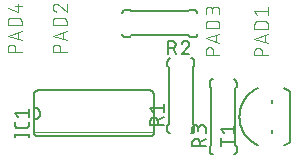
<source format=gbr>
G04 EAGLE Gerber RS-274X export*
G75*
%MOMM*%
%FSLAX34Y34*%
%LPD*%
%INSilkscreen Top*%
%IPPOS*%
%AMOC8*
5,1,8,0,0,1.08239X$1,22.5*%
G01*
%ADD10C,0.152400*%
%ADD11C,0.050800*%
%ADD12C,0.127000*%
%ADD13C,0.101600*%


D10*
X111090Y70958D02*
X17110Y70958D01*
X111090Y31842D02*
X111212Y31844D01*
X111334Y31850D01*
X111456Y31860D01*
X111577Y31873D01*
X111698Y31891D01*
X111818Y31912D01*
X111938Y31938D01*
X112056Y31967D01*
X112174Y31999D01*
X112291Y32036D01*
X112406Y32076D01*
X112520Y32120D01*
X112632Y32168D01*
X112743Y32219D01*
X112852Y32274D01*
X112960Y32332D01*
X113065Y32394D01*
X113168Y32459D01*
X113270Y32527D01*
X113369Y32599D01*
X113465Y32673D01*
X113560Y32751D01*
X113651Y32832D01*
X113741Y32915D01*
X113827Y33001D01*
X113910Y33091D01*
X113991Y33182D01*
X114069Y33277D01*
X114143Y33373D01*
X114215Y33472D01*
X114283Y33574D01*
X114348Y33677D01*
X114410Y33782D01*
X114468Y33890D01*
X114523Y33999D01*
X114574Y34110D01*
X114622Y34222D01*
X114666Y34336D01*
X114706Y34451D01*
X114743Y34568D01*
X114775Y34686D01*
X114804Y34804D01*
X114830Y34924D01*
X114851Y35044D01*
X114869Y35165D01*
X114882Y35286D01*
X114892Y35408D01*
X114898Y35530D01*
X114900Y35652D01*
X17110Y70958D02*
X16988Y70956D01*
X16866Y70950D01*
X16744Y70940D01*
X16623Y70927D01*
X16502Y70909D01*
X16382Y70888D01*
X16262Y70862D01*
X16144Y70833D01*
X16026Y70801D01*
X15909Y70764D01*
X15794Y70724D01*
X15680Y70680D01*
X15568Y70632D01*
X15457Y70581D01*
X15348Y70526D01*
X15240Y70468D01*
X15135Y70406D01*
X15032Y70341D01*
X14930Y70273D01*
X14831Y70201D01*
X14735Y70127D01*
X14640Y70049D01*
X14549Y69968D01*
X14459Y69885D01*
X14373Y69799D01*
X14290Y69709D01*
X14209Y69618D01*
X14131Y69523D01*
X14057Y69427D01*
X13985Y69328D01*
X13917Y69226D01*
X13852Y69123D01*
X13790Y69018D01*
X13732Y68910D01*
X13677Y68801D01*
X13626Y68690D01*
X13578Y68578D01*
X13534Y68464D01*
X13494Y68349D01*
X13457Y68232D01*
X13425Y68114D01*
X13396Y67996D01*
X13370Y67876D01*
X13349Y67756D01*
X13331Y67635D01*
X13318Y67514D01*
X13308Y67392D01*
X13302Y67270D01*
X13300Y67148D01*
X111090Y70958D02*
X111212Y70956D01*
X111334Y70950D01*
X111456Y70940D01*
X111577Y70927D01*
X111698Y70909D01*
X111818Y70888D01*
X111938Y70862D01*
X112056Y70833D01*
X112174Y70801D01*
X112291Y70764D01*
X112406Y70724D01*
X112520Y70680D01*
X112632Y70632D01*
X112743Y70581D01*
X112852Y70526D01*
X112960Y70468D01*
X113065Y70406D01*
X113168Y70341D01*
X113270Y70273D01*
X113369Y70201D01*
X113465Y70127D01*
X113560Y70049D01*
X113651Y69968D01*
X113741Y69885D01*
X113827Y69799D01*
X113910Y69709D01*
X113991Y69618D01*
X114069Y69523D01*
X114143Y69427D01*
X114215Y69328D01*
X114283Y69226D01*
X114348Y69123D01*
X114410Y69018D01*
X114468Y68910D01*
X114523Y68801D01*
X114574Y68690D01*
X114622Y68578D01*
X114666Y68464D01*
X114706Y68349D01*
X114743Y68232D01*
X114775Y68114D01*
X114804Y67996D01*
X114830Y67876D01*
X114851Y67756D01*
X114869Y67635D01*
X114882Y67514D01*
X114892Y67392D01*
X114898Y67270D01*
X114900Y67148D01*
X17110Y31842D02*
X16988Y31844D01*
X16866Y31850D01*
X16744Y31860D01*
X16623Y31873D01*
X16502Y31891D01*
X16382Y31912D01*
X16262Y31938D01*
X16144Y31967D01*
X16026Y31999D01*
X15909Y32036D01*
X15794Y32076D01*
X15680Y32120D01*
X15568Y32168D01*
X15457Y32219D01*
X15348Y32274D01*
X15240Y32332D01*
X15135Y32394D01*
X15032Y32459D01*
X14930Y32527D01*
X14831Y32599D01*
X14735Y32673D01*
X14640Y32751D01*
X14549Y32832D01*
X14459Y32915D01*
X14373Y33001D01*
X14290Y33091D01*
X14209Y33182D01*
X14131Y33277D01*
X14057Y33373D01*
X13985Y33472D01*
X13917Y33574D01*
X13852Y33677D01*
X13790Y33782D01*
X13732Y33890D01*
X13677Y33999D01*
X13626Y34110D01*
X13578Y34222D01*
X13534Y34336D01*
X13494Y34451D01*
X13457Y34568D01*
X13425Y34686D01*
X13396Y34804D01*
X13370Y34924D01*
X13349Y35044D01*
X13331Y35165D01*
X13318Y35286D01*
X13308Y35408D01*
X13302Y35530D01*
X13300Y35652D01*
X17110Y31842D02*
X111090Y31842D01*
X114900Y35652D02*
X114900Y67148D01*
X13300Y67148D02*
X13300Y56480D01*
X13300Y46320D01*
X13300Y35652D01*
X13300Y46320D02*
X13441Y46322D01*
X13582Y46328D01*
X13723Y46338D01*
X13864Y46351D01*
X14004Y46369D01*
X14143Y46391D01*
X14282Y46416D01*
X14421Y46445D01*
X14558Y46478D01*
X14694Y46515D01*
X14829Y46556D01*
X14964Y46600D01*
X15096Y46648D01*
X15228Y46700D01*
X15358Y46755D01*
X15486Y46814D01*
X15613Y46877D01*
X15737Y46943D01*
X15860Y47012D01*
X15981Y47085D01*
X16100Y47161D01*
X16217Y47241D01*
X16331Y47324D01*
X16444Y47409D01*
X16553Y47498D01*
X16661Y47590D01*
X16765Y47685D01*
X16867Y47783D01*
X16966Y47884D01*
X17063Y47987D01*
X17156Y48093D01*
X17246Y48201D01*
X17334Y48312D01*
X17418Y48425D01*
X17499Y48541D01*
X17577Y48659D01*
X17652Y48779D01*
X17723Y48901D01*
X17791Y49025D01*
X17855Y49151D01*
X17916Y49278D01*
X17973Y49407D01*
X18026Y49538D01*
X18076Y49670D01*
X18123Y49803D01*
X18165Y49938D01*
X18204Y50074D01*
X18239Y50211D01*
X18270Y50348D01*
X18297Y50487D01*
X18321Y50626D01*
X18340Y50766D01*
X18356Y50906D01*
X18368Y51047D01*
X18376Y51188D01*
X18380Y51329D01*
X18380Y51471D01*
X18376Y51612D01*
X18368Y51753D01*
X18356Y51894D01*
X18340Y52034D01*
X18321Y52174D01*
X18297Y52313D01*
X18270Y52452D01*
X18239Y52589D01*
X18204Y52726D01*
X18165Y52862D01*
X18123Y52997D01*
X18076Y53130D01*
X18026Y53262D01*
X17973Y53393D01*
X17916Y53522D01*
X17855Y53649D01*
X17791Y53775D01*
X17723Y53899D01*
X17652Y54021D01*
X17577Y54141D01*
X17499Y54259D01*
X17418Y54375D01*
X17334Y54488D01*
X17246Y54599D01*
X17156Y54707D01*
X17063Y54813D01*
X16966Y54916D01*
X16867Y55017D01*
X16765Y55115D01*
X16661Y55210D01*
X16553Y55302D01*
X16444Y55391D01*
X16331Y55476D01*
X16217Y55559D01*
X16100Y55639D01*
X15981Y55715D01*
X15860Y55788D01*
X15737Y55857D01*
X15613Y55923D01*
X15486Y55986D01*
X15358Y56045D01*
X15228Y56100D01*
X15096Y56152D01*
X14964Y56200D01*
X14829Y56244D01*
X14694Y56285D01*
X14558Y56322D01*
X14421Y56355D01*
X14282Y56384D01*
X14143Y56409D01*
X14004Y56431D01*
X13864Y56449D01*
X13723Y56462D01*
X13582Y56472D01*
X13441Y56478D01*
X13300Y56480D01*
D11*
X13300Y35398D02*
X114900Y35398D01*
D12*
X8855Y32985D02*
X-2575Y32985D01*
X8855Y31715D02*
X8855Y34255D01*
X-2575Y34255D02*
X-2575Y31715D01*
X8855Y41457D02*
X8855Y43997D01*
X8855Y41457D02*
X8853Y41357D01*
X8847Y41258D01*
X8837Y41158D01*
X8824Y41060D01*
X8806Y40961D01*
X8785Y40864D01*
X8760Y40768D01*
X8731Y40672D01*
X8698Y40578D01*
X8662Y40485D01*
X8622Y40394D01*
X8578Y40304D01*
X8531Y40216D01*
X8481Y40130D01*
X8427Y40046D01*
X8370Y39964D01*
X8310Y39885D01*
X8246Y39807D01*
X8180Y39733D01*
X8111Y39661D01*
X8039Y39592D01*
X7965Y39526D01*
X7887Y39462D01*
X7808Y39402D01*
X7726Y39345D01*
X7642Y39291D01*
X7556Y39241D01*
X7468Y39194D01*
X7378Y39150D01*
X7287Y39110D01*
X7194Y39074D01*
X7100Y39041D01*
X7004Y39012D01*
X6908Y38987D01*
X6811Y38966D01*
X6712Y38948D01*
X6614Y38935D01*
X6514Y38925D01*
X6415Y38919D01*
X6315Y38917D01*
X-35Y38917D01*
X-135Y38919D01*
X-234Y38925D01*
X-334Y38935D01*
X-432Y38948D01*
X-531Y38966D01*
X-628Y38987D01*
X-724Y39012D01*
X-820Y39041D01*
X-914Y39074D01*
X-1007Y39110D01*
X-1098Y39150D01*
X-1188Y39194D01*
X-1276Y39241D01*
X-1362Y39291D01*
X-1446Y39345D01*
X-1528Y39402D01*
X-1607Y39462D01*
X-1685Y39526D01*
X-1759Y39592D01*
X-1831Y39661D01*
X-1900Y39733D01*
X-1966Y39807D01*
X-2030Y39885D01*
X-2090Y39964D01*
X-2147Y40046D01*
X-2201Y40130D01*
X-2251Y40216D01*
X-2298Y40304D01*
X-2342Y40394D01*
X-2382Y40485D01*
X-2418Y40578D01*
X-2451Y40672D01*
X-2480Y40768D01*
X-2505Y40864D01*
X-2526Y40961D01*
X-2544Y41060D01*
X-2557Y41158D01*
X-2567Y41258D01*
X-2573Y41357D01*
X-2575Y41457D01*
X-2575Y43997D01*
X-35Y48479D02*
X-2575Y51654D01*
X8855Y51654D01*
X8855Y48479D02*
X8855Y54829D01*
D13*
X199908Y100408D02*
X211592Y100408D01*
X199908Y100408D02*
X199908Y103654D01*
X199910Y103767D01*
X199916Y103880D01*
X199926Y103993D01*
X199940Y104106D01*
X199957Y104218D01*
X199979Y104329D01*
X200004Y104439D01*
X200034Y104549D01*
X200067Y104657D01*
X200104Y104764D01*
X200144Y104870D01*
X200189Y104974D01*
X200237Y105077D01*
X200288Y105178D01*
X200343Y105277D01*
X200401Y105374D01*
X200463Y105469D01*
X200528Y105562D01*
X200596Y105652D01*
X200667Y105740D01*
X200742Y105826D01*
X200819Y105909D01*
X200899Y105989D01*
X200982Y106066D01*
X201068Y106141D01*
X201156Y106212D01*
X201246Y106280D01*
X201339Y106345D01*
X201434Y106407D01*
X201531Y106465D01*
X201630Y106520D01*
X201731Y106571D01*
X201834Y106619D01*
X201938Y106664D01*
X202044Y106704D01*
X202151Y106741D01*
X202259Y106774D01*
X202369Y106804D01*
X202479Y106829D01*
X202590Y106851D01*
X202702Y106868D01*
X202815Y106882D01*
X202928Y106892D01*
X203041Y106898D01*
X203154Y106900D01*
X203267Y106898D01*
X203380Y106892D01*
X203493Y106882D01*
X203606Y106868D01*
X203718Y106851D01*
X203829Y106829D01*
X203939Y106804D01*
X204049Y106774D01*
X204157Y106741D01*
X204264Y106704D01*
X204370Y106664D01*
X204474Y106619D01*
X204577Y106571D01*
X204678Y106520D01*
X204777Y106465D01*
X204874Y106407D01*
X204969Y106345D01*
X205062Y106280D01*
X205152Y106212D01*
X205240Y106141D01*
X205326Y106066D01*
X205409Y105989D01*
X205489Y105909D01*
X205566Y105826D01*
X205641Y105740D01*
X205712Y105652D01*
X205780Y105562D01*
X205845Y105469D01*
X205907Y105374D01*
X205965Y105277D01*
X206020Y105178D01*
X206071Y105077D01*
X206119Y104974D01*
X206164Y104870D01*
X206204Y104764D01*
X206241Y104657D01*
X206274Y104549D01*
X206304Y104439D01*
X206329Y104329D01*
X206351Y104218D01*
X206368Y104106D01*
X206382Y103993D01*
X206392Y103880D01*
X206398Y103767D01*
X206400Y103654D01*
X206399Y103654D02*
X206399Y100408D01*
X211592Y110639D02*
X199908Y114533D01*
X211592Y118428D01*
X208671Y117454D02*
X208671Y111612D01*
X211592Y123099D02*
X199908Y123099D01*
X199908Y126344D01*
X199910Y126457D01*
X199916Y126570D01*
X199926Y126683D01*
X199940Y126796D01*
X199957Y126908D01*
X199979Y127019D01*
X200004Y127129D01*
X200034Y127239D01*
X200067Y127347D01*
X200104Y127454D01*
X200144Y127560D01*
X200189Y127664D01*
X200237Y127767D01*
X200288Y127868D01*
X200343Y127967D01*
X200401Y128064D01*
X200463Y128159D01*
X200528Y128252D01*
X200596Y128342D01*
X200667Y128430D01*
X200742Y128516D01*
X200819Y128599D01*
X200899Y128679D01*
X200982Y128756D01*
X201068Y128831D01*
X201156Y128902D01*
X201246Y128970D01*
X201339Y129035D01*
X201434Y129097D01*
X201531Y129155D01*
X201630Y129210D01*
X201731Y129261D01*
X201834Y129309D01*
X201938Y129354D01*
X202044Y129394D01*
X202151Y129431D01*
X202259Y129464D01*
X202369Y129494D01*
X202479Y129519D01*
X202590Y129541D01*
X202702Y129558D01*
X202815Y129572D01*
X202928Y129582D01*
X203041Y129588D01*
X203154Y129590D01*
X208346Y129590D01*
X208459Y129588D01*
X208572Y129582D01*
X208685Y129572D01*
X208798Y129558D01*
X208910Y129541D01*
X209021Y129519D01*
X209131Y129494D01*
X209241Y129464D01*
X209349Y129431D01*
X209456Y129394D01*
X209562Y129354D01*
X209666Y129309D01*
X209769Y129261D01*
X209870Y129210D01*
X209969Y129155D01*
X210066Y129097D01*
X210161Y129035D01*
X210254Y128970D01*
X210344Y128902D01*
X210432Y128831D01*
X210518Y128756D01*
X210601Y128679D01*
X210681Y128599D01*
X210758Y128516D01*
X210833Y128430D01*
X210904Y128342D01*
X210972Y128252D01*
X211037Y128159D01*
X211099Y128064D01*
X211157Y127967D01*
X211212Y127868D01*
X211263Y127767D01*
X211311Y127664D01*
X211356Y127560D01*
X211396Y127454D01*
X211433Y127347D01*
X211466Y127239D01*
X211496Y127129D01*
X211521Y127019D01*
X211543Y126908D01*
X211560Y126796D01*
X211574Y126683D01*
X211584Y126570D01*
X211590Y126457D01*
X211592Y126344D01*
X211592Y123099D01*
X202504Y134910D02*
X199908Y138155D01*
X211592Y138155D01*
X211592Y134910D02*
X211592Y141401D01*
X40892Y103108D02*
X29208Y103108D01*
X29208Y106354D01*
X29210Y106467D01*
X29216Y106580D01*
X29226Y106693D01*
X29240Y106806D01*
X29257Y106918D01*
X29279Y107029D01*
X29304Y107139D01*
X29334Y107249D01*
X29367Y107357D01*
X29404Y107464D01*
X29444Y107570D01*
X29489Y107674D01*
X29537Y107777D01*
X29588Y107878D01*
X29643Y107977D01*
X29701Y108074D01*
X29763Y108169D01*
X29828Y108262D01*
X29896Y108352D01*
X29967Y108440D01*
X30042Y108526D01*
X30119Y108609D01*
X30199Y108689D01*
X30282Y108766D01*
X30368Y108841D01*
X30456Y108912D01*
X30546Y108980D01*
X30639Y109045D01*
X30734Y109107D01*
X30831Y109165D01*
X30930Y109220D01*
X31031Y109271D01*
X31134Y109319D01*
X31238Y109364D01*
X31344Y109404D01*
X31451Y109441D01*
X31559Y109474D01*
X31669Y109504D01*
X31779Y109529D01*
X31890Y109551D01*
X32002Y109568D01*
X32115Y109582D01*
X32228Y109592D01*
X32341Y109598D01*
X32454Y109600D01*
X32567Y109598D01*
X32680Y109592D01*
X32793Y109582D01*
X32906Y109568D01*
X33018Y109551D01*
X33129Y109529D01*
X33239Y109504D01*
X33349Y109474D01*
X33457Y109441D01*
X33564Y109404D01*
X33670Y109364D01*
X33774Y109319D01*
X33877Y109271D01*
X33978Y109220D01*
X34077Y109165D01*
X34174Y109107D01*
X34269Y109045D01*
X34362Y108980D01*
X34452Y108912D01*
X34540Y108841D01*
X34626Y108766D01*
X34709Y108689D01*
X34789Y108609D01*
X34866Y108526D01*
X34941Y108440D01*
X35012Y108352D01*
X35080Y108262D01*
X35145Y108169D01*
X35207Y108074D01*
X35265Y107977D01*
X35320Y107878D01*
X35371Y107777D01*
X35419Y107674D01*
X35464Y107570D01*
X35504Y107464D01*
X35541Y107357D01*
X35574Y107249D01*
X35604Y107139D01*
X35629Y107029D01*
X35651Y106918D01*
X35668Y106806D01*
X35682Y106693D01*
X35692Y106580D01*
X35698Y106467D01*
X35700Y106354D01*
X35699Y106354D02*
X35699Y103108D01*
X40892Y113339D02*
X29208Y117233D01*
X40892Y121128D01*
X37971Y120154D02*
X37971Y114312D01*
X40892Y125799D02*
X29208Y125799D01*
X29208Y129044D01*
X29210Y129157D01*
X29216Y129270D01*
X29226Y129383D01*
X29240Y129496D01*
X29257Y129608D01*
X29279Y129719D01*
X29304Y129829D01*
X29334Y129939D01*
X29367Y130047D01*
X29404Y130154D01*
X29444Y130260D01*
X29489Y130364D01*
X29537Y130467D01*
X29588Y130568D01*
X29643Y130667D01*
X29701Y130764D01*
X29763Y130859D01*
X29828Y130952D01*
X29896Y131042D01*
X29967Y131130D01*
X30042Y131216D01*
X30119Y131299D01*
X30199Y131379D01*
X30282Y131456D01*
X30368Y131531D01*
X30456Y131602D01*
X30546Y131670D01*
X30639Y131735D01*
X30734Y131797D01*
X30831Y131855D01*
X30930Y131910D01*
X31031Y131961D01*
X31134Y132009D01*
X31238Y132054D01*
X31344Y132094D01*
X31451Y132131D01*
X31559Y132164D01*
X31669Y132194D01*
X31779Y132219D01*
X31890Y132241D01*
X32002Y132258D01*
X32115Y132272D01*
X32228Y132282D01*
X32341Y132288D01*
X32454Y132290D01*
X37646Y132290D01*
X37759Y132288D01*
X37872Y132282D01*
X37985Y132272D01*
X38098Y132258D01*
X38210Y132241D01*
X38321Y132219D01*
X38431Y132194D01*
X38541Y132164D01*
X38649Y132131D01*
X38756Y132094D01*
X38862Y132054D01*
X38966Y132009D01*
X39069Y131961D01*
X39170Y131910D01*
X39269Y131855D01*
X39366Y131797D01*
X39461Y131735D01*
X39554Y131670D01*
X39644Y131602D01*
X39732Y131531D01*
X39818Y131456D01*
X39901Y131379D01*
X39981Y131299D01*
X40058Y131216D01*
X40133Y131130D01*
X40204Y131042D01*
X40272Y130952D01*
X40337Y130859D01*
X40399Y130764D01*
X40457Y130667D01*
X40512Y130568D01*
X40563Y130467D01*
X40611Y130364D01*
X40656Y130260D01*
X40696Y130154D01*
X40733Y130047D01*
X40766Y129939D01*
X40796Y129829D01*
X40821Y129719D01*
X40843Y129608D01*
X40860Y129496D01*
X40874Y129383D01*
X40884Y129270D01*
X40890Y129157D01*
X40892Y129044D01*
X40892Y125799D01*
X29208Y141180D02*
X29210Y141287D01*
X29216Y141393D01*
X29226Y141499D01*
X29239Y141605D01*
X29257Y141711D01*
X29278Y141815D01*
X29303Y141919D01*
X29332Y142022D01*
X29364Y142123D01*
X29401Y142223D01*
X29441Y142322D01*
X29484Y142420D01*
X29531Y142516D01*
X29582Y142610D01*
X29636Y142702D01*
X29693Y142792D01*
X29753Y142880D01*
X29817Y142965D01*
X29884Y143048D01*
X29954Y143129D01*
X30026Y143207D01*
X30102Y143283D01*
X30180Y143355D01*
X30261Y143425D01*
X30344Y143492D01*
X30429Y143556D01*
X30517Y143616D01*
X30607Y143673D01*
X30699Y143727D01*
X30793Y143778D01*
X30889Y143825D01*
X30987Y143868D01*
X31086Y143908D01*
X31186Y143945D01*
X31287Y143977D01*
X31390Y144006D01*
X31494Y144031D01*
X31598Y144052D01*
X31704Y144070D01*
X31810Y144083D01*
X31916Y144093D01*
X32022Y144099D01*
X32129Y144101D01*
X29208Y141180D02*
X29210Y141059D01*
X29216Y140938D01*
X29226Y140818D01*
X29239Y140697D01*
X29257Y140578D01*
X29278Y140458D01*
X29303Y140340D01*
X29332Y140223D01*
X29365Y140106D01*
X29401Y139991D01*
X29442Y139877D01*
X29485Y139764D01*
X29533Y139652D01*
X29584Y139543D01*
X29639Y139435D01*
X29697Y139328D01*
X29758Y139224D01*
X29823Y139122D01*
X29891Y139022D01*
X29962Y138924D01*
X30036Y138828D01*
X30113Y138735D01*
X30194Y138645D01*
X30277Y138557D01*
X30363Y138472D01*
X30452Y138389D01*
X30543Y138310D01*
X30637Y138233D01*
X30733Y138160D01*
X30831Y138090D01*
X30932Y138023D01*
X31035Y137959D01*
X31140Y137899D01*
X31247Y137841D01*
X31355Y137788D01*
X31465Y137738D01*
X31577Y137692D01*
X31690Y137649D01*
X31805Y137610D01*
X34401Y143126D02*
X34323Y143205D01*
X34243Y143281D01*
X34160Y143354D01*
X34074Y143424D01*
X33987Y143491D01*
X33896Y143555D01*
X33804Y143615D01*
X33710Y143673D01*
X33613Y143727D01*
X33515Y143777D01*
X33415Y143824D01*
X33314Y143868D01*
X33211Y143908D01*
X33106Y143944D01*
X33001Y143976D01*
X32894Y144005D01*
X32787Y144030D01*
X32678Y144052D01*
X32569Y144069D01*
X32460Y144083D01*
X32350Y144092D01*
X32239Y144098D01*
X32129Y144100D01*
X34401Y143127D02*
X40892Y137610D01*
X40892Y144101D01*
X158708Y100808D02*
X170392Y100808D01*
X158708Y100808D02*
X158708Y104054D01*
X158710Y104167D01*
X158716Y104280D01*
X158726Y104393D01*
X158740Y104506D01*
X158757Y104618D01*
X158779Y104729D01*
X158804Y104839D01*
X158834Y104949D01*
X158867Y105057D01*
X158904Y105164D01*
X158944Y105270D01*
X158989Y105374D01*
X159037Y105477D01*
X159088Y105578D01*
X159143Y105677D01*
X159201Y105774D01*
X159263Y105869D01*
X159328Y105962D01*
X159396Y106052D01*
X159467Y106140D01*
X159542Y106226D01*
X159619Y106309D01*
X159699Y106389D01*
X159782Y106466D01*
X159868Y106541D01*
X159956Y106612D01*
X160046Y106680D01*
X160139Y106745D01*
X160234Y106807D01*
X160331Y106865D01*
X160430Y106920D01*
X160531Y106971D01*
X160634Y107019D01*
X160738Y107064D01*
X160844Y107104D01*
X160951Y107141D01*
X161059Y107174D01*
X161169Y107204D01*
X161279Y107229D01*
X161390Y107251D01*
X161502Y107268D01*
X161615Y107282D01*
X161728Y107292D01*
X161841Y107298D01*
X161954Y107300D01*
X162067Y107298D01*
X162180Y107292D01*
X162293Y107282D01*
X162406Y107268D01*
X162518Y107251D01*
X162629Y107229D01*
X162739Y107204D01*
X162849Y107174D01*
X162957Y107141D01*
X163064Y107104D01*
X163170Y107064D01*
X163274Y107019D01*
X163377Y106971D01*
X163478Y106920D01*
X163577Y106865D01*
X163674Y106807D01*
X163769Y106745D01*
X163862Y106680D01*
X163952Y106612D01*
X164040Y106541D01*
X164126Y106466D01*
X164209Y106389D01*
X164289Y106309D01*
X164366Y106226D01*
X164441Y106140D01*
X164512Y106052D01*
X164580Y105962D01*
X164645Y105869D01*
X164707Y105774D01*
X164765Y105677D01*
X164820Y105578D01*
X164871Y105477D01*
X164919Y105374D01*
X164964Y105270D01*
X165004Y105164D01*
X165041Y105057D01*
X165074Y104949D01*
X165104Y104839D01*
X165129Y104729D01*
X165151Y104618D01*
X165168Y104506D01*
X165182Y104393D01*
X165192Y104280D01*
X165198Y104167D01*
X165200Y104054D01*
X165199Y104054D02*
X165199Y100808D01*
X170392Y111039D02*
X158708Y114933D01*
X170392Y118828D01*
X167471Y117854D02*
X167471Y112012D01*
X170392Y123499D02*
X158708Y123499D01*
X158708Y126744D01*
X158710Y126857D01*
X158716Y126970D01*
X158726Y127083D01*
X158740Y127196D01*
X158757Y127308D01*
X158779Y127419D01*
X158804Y127529D01*
X158834Y127639D01*
X158867Y127747D01*
X158904Y127854D01*
X158944Y127960D01*
X158989Y128064D01*
X159037Y128167D01*
X159088Y128268D01*
X159143Y128367D01*
X159201Y128464D01*
X159263Y128559D01*
X159328Y128652D01*
X159396Y128742D01*
X159467Y128830D01*
X159542Y128916D01*
X159619Y128999D01*
X159699Y129079D01*
X159782Y129156D01*
X159868Y129231D01*
X159956Y129302D01*
X160046Y129370D01*
X160139Y129435D01*
X160234Y129497D01*
X160331Y129555D01*
X160430Y129610D01*
X160531Y129661D01*
X160634Y129709D01*
X160738Y129754D01*
X160844Y129794D01*
X160951Y129831D01*
X161059Y129864D01*
X161169Y129894D01*
X161279Y129919D01*
X161390Y129941D01*
X161502Y129958D01*
X161615Y129972D01*
X161728Y129982D01*
X161841Y129988D01*
X161954Y129990D01*
X167146Y129990D01*
X167259Y129988D01*
X167372Y129982D01*
X167485Y129972D01*
X167598Y129958D01*
X167710Y129941D01*
X167821Y129919D01*
X167931Y129894D01*
X168041Y129864D01*
X168149Y129831D01*
X168256Y129794D01*
X168362Y129754D01*
X168466Y129709D01*
X168569Y129661D01*
X168670Y129610D01*
X168769Y129555D01*
X168866Y129497D01*
X168961Y129435D01*
X169054Y129370D01*
X169144Y129302D01*
X169232Y129231D01*
X169318Y129156D01*
X169401Y129079D01*
X169481Y128999D01*
X169558Y128916D01*
X169633Y128830D01*
X169704Y128742D01*
X169772Y128652D01*
X169837Y128559D01*
X169899Y128464D01*
X169957Y128367D01*
X170012Y128268D01*
X170063Y128167D01*
X170111Y128064D01*
X170156Y127960D01*
X170196Y127854D01*
X170233Y127747D01*
X170266Y127639D01*
X170296Y127529D01*
X170321Y127419D01*
X170343Y127308D01*
X170360Y127196D01*
X170374Y127083D01*
X170384Y126970D01*
X170390Y126857D01*
X170392Y126744D01*
X170392Y123499D01*
X170392Y135310D02*
X170392Y138555D01*
X170390Y138668D01*
X170384Y138781D01*
X170374Y138894D01*
X170360Y139007D01*
X170343Y139119D01*
X170321Y139230D01*
X170296Y139340D01*
X170266Y139450D01*
X170233Y139558D01*
X170196Y139665D01*
X170156Y139771D01*
X170111Y139875D01*
X170063Y139978D01*
X170012Y140079D01*
X169957Y140178D01*
X169899Y140275D01*
X169837Y140370D01*
X169772Y140463D01*
X169704Y140553D01*
X169633Y140641D01*
X169558Y140727D01*
X169481Y140810D01*
X169401Y140890D01*
X169318Y140967D01*
X169232Y141042D01*
X169144Y141113D01*
X169054Y141181D01*
X168961Y141246D01*
X168866Y141308D01*
X168769Y141366D01*
X168670Y141421D01*
X168569Y141472D01*
X168466Y141520D01*
X168362Y141565D01*
X168256Y141605D01*
X168149Y141642D01*
X168041Y141675D01*
X167931Y141705D01*
X167821Y141730D01*
X167710Y141752D01*
X167598Y141769D01*
X167485Y141783D01*
X167372Y141793D01*
X167259Y141799D01*
X167146Y141801D01*
X167033Y141799D01*
X166920Y141793D01*
X166807Y141783D01*
X166694Y141769D01*
X166582Y141752D01*
X166471Y141730D01*
X166361Y141705D01*
X166251Y141675D01*
X166143Y141642D01*
X166036Y141605D01*
X165930Y141565D01*
X165826Y141520D01*
X165723Y141472D01*
X165622Y141421D01*
X165523Y141366D01*
X165426Y141308D01*
X165331Y141246D01*
X165238Y141181D01*
X165148Y141113D01*
X165060Y141042D01*
X164974Y140967D01*
X164891Y140890D01*
X164811Y140810D01*
X164734Y140727D01*
X164659Y140641D01*
X164588Y140553D01*
X164520Y140463D01*
X164455Y140370D01*
X164393Y140275D01*
X164335Y140178D01*
X164280Y140079D01*
X164229Y139978D01*
X164181Y139875D01*
X164136Y139771D01*
X164096Y139665D01*
X164059Y139558D01*
X164026Y139450D01*
X163996Y139340D01*
X163971Y139230D01*
X163949Y139119D01*
X163932Y139007D01*
X163918Y138894D01*
X163908Y138781D01*
X163902Y138668D01*
X163900Y138555D01*
X158708Y139204D02*
X158708Y135310D01*
X158708Y139204D02*
X158710Y139305D01*
X158716Y139405D01*
X158726Y139505D01*
X158739Y139605D01*
X158757Y139704D01*
X158778Y139803D01*
X158803Y139900D01*
X158832Y139997D01*
X158865Y140092D01*
X158901Y140186D01*
X158941Y140278D01*
X158984Y140369D01*
X159031Y140458D01*
X159081Y140545D01*
X159135Y140631D01*
X159192Y140714D01*
X159252Y140794D01*
X159315Y140873D01*
X159382Y140949D01*
X159451Y141022D01*
X159523Y141092D01*
X159597Y141160D01*
X159674Y141225D01*
X159754Y141286D01*
X159836Y141345D01*
X159920Y141400D01*
X160006Y141452D01*
X160094Y141501D01*
X160184Y141546D01*
X160276Y141588D01*
X160369Y141626D01*
X160464Y141660D01*
X160559Y141691D01*
X160656Y141718D01*
X160754Y141741D01*
X160853Y141761D01*
X160953Y141776D01*
X161053Y141788D01*
X161153Y141796D01*
X161254Y141800D01*
X161354Y141800D01*
X161455Y141796D01*
X161555Y141788D01*
X161655Y141776D01*
X161755Y141761D01*
X161854Y141741D01*
X161952Y141718D01*
X162049Y141691D01*
X162144Y141660D01*
X162239Y141626D01*
X162332Y141588D01*
X162424Y141546D01*
X162514Y141501D01*
X162602Y141452D01*
X162688Y141400D01*
X162772Y141345D01*
X162854Y141286D01*
X162934Y141225D01*
X163011Y141160D01*
X163085Y141092D01*
X163157Y141022D01*
X163226Y140949D01*
X163293Y140873D01*
X163356Y140794D01*
X163416Y140714D01*
X163473Y140631D01*
X163527Y140545D01*
X163577Y140458D01*
X163624Y140369D01*
X163667Y140278D01*
X163707Y140186D01*
X163743Y140092D01*
X163776Y139997D01*
X163805Y139900D01*
X163830Y139803D01*
X163851Y139704D01*
X163869Y139605D01*
X163882Y139505D01*
X163892Y139405D01*
X163898Y139305D01*
X163900Y139204D01*
X163901Y139204D02*
X163901Y136608D01*
X2792Y103108D02*
X-8892Y103108D01*
X-8892Y106354D01*
X-8890Y106467D01*
X-8884Y106580D01*
X-8874Y106693D01*
X-8860Y106806D01*
X-8843Y106918D01*
X-8821Y107029D01*
X-8796Y107139D01*
X-8766Y107249D01*
X-8733Y107357D01*
X-8696Y107464D01*
X-8656Y107570D01*
X-8611Y107674D01*
X-8563Y107777D01*
X-8512Y107878D01*
X-8457Y107977D01*
X-8399Y108074D01*
X-8337Y108169D01*
X-8272Y108262D01*
X-8204Y108352D01*
X-8133Y108440D01*
X-8058Y108526D01*
X-7981Y108609D01*
X-7901Y108689D01*
X-7818Y108766D01*
X-7732Y108841D01*
X-7644Y108912D01*
X-7554Y108980D01*
X-7461Y109045D01*
X-7366Y109107D01*
X-7269Y109165D01*
X-7170Y109220D01*
X-7069Y109271D01*
X-6966Y109319D01*
X-6862Y109364D01*
X-6756Y109404D01*
X-6649Y109441D01*
X-6541Y109474D01*
X-6431Y109504D01*
X-6321Y109529D01*
X-6210Y109551D01*
X-6098Y109568D01*
X-5985Y109582D01*
X-5872Y109592D01*
X-5759Y109598D01*
X-5646Y109600D01*
X-5533Y109598D01*
X-5420Y109592D01*
X-5307Y109582D01*
X-5194Y109568D01*
X-5082Y109551D01*
X-4971Y109529D01*
X-4861Y109504D01*
X-4751Y109474D01*
X-4643Y109441D01*
X-4536Y109404D01*
X-4430Y109364D01*
X-4326Y109319D01*
X-4223Y109271D01*
X-4122Y109220D01*
X-4023Y109165D01*
X-3926Y109107D01*
X-3831Y109045D01*
X-3738Y108980D01*
X-3648Y108912D01*
X-3560Y108841D01*
X-3474Y108766D01*
X-3391Y108689D01*
X-3311Y108609D01*
X-3234Y108526D01*
X-3159Y108440D01*
X-3088Y108352D01*
X-3020Y108262D01*
X-2955Y108169D01*
X-2893Y108074D01*
X-2835Y107977D01*
X-2780Y107878D01*
X-2729Y107777D01*
X-2681Y107674D01*
X-2636Y107570D01*
X-2596Y107464D01*
X-2559Y107357D01*
X-2526Y107249D01*
X-2496Y107139D01*
X-2471Y107029D01*
X-2449Y106918D01*
X-2432Y106806D01*
X-2418Y106693D01*
X-2408Y106580D01*
X-2402Y106467D01*
X-2400Y106354D01*
X-2401Y106354D02*
X-2401Y103108D01*
X2792Y113339D02*
X-8892Y117233D01*
X2792Y121128D01*
X-129Y120154D02*
X-129Y114312D01*
X2792Y125799D02*
X-8892Y125799D01*
X-8892Y129044D01*
X-8890Y129157D01*
X-8884Y129270D01*
X-8874Y129383D01*
X-8860Y129496D01*
X-8843Y129608D01*
X-8821Y129719D01*
X-8796Y129829D01*
X-8766Y129939D01*
X-8733Y130047D01*
X-8696Y130154D01*
X-8656Y130260D01*
X-8611Y130364D01*
X-8563Y130467D01*
X-8512Y130568D01*
X-8457Y130667D01*
X-8399Y130764D01*
X-8337Y130859D01*
X-8272Y130952D01*
X-8204Y131042D01*
X-8133Y131130D01*
X-8058Y131216D01*
X-7981Y131299D01*
X-7901Y131379D01*
X-7818Y131456D01*
X-7732Y131531D01*
X-7644Y131602D01*
X-7554Y131670D01*
X-7461Y131735D01*
X-7366Y131797D01*
X-7269Y131855D01*
X-7170Y131910D01*
X-7069Y131961D01*
X-6966Y132009D01*
X-6862Y132054D01*
X-6756Y132094D01*
X-6649Y132131D01*
X-6541Y132164D01*
X-6431Y132194D01*
X-6321Y132219D01*
X-6210Y132241D01*
X-6098Y132258D01*
X-5985Y132272D01*
X-5872Y132282D01*
X-5759Y132288D01*
X-5646Y132290D01*
X-454Y132290D01*
X-341Y132288D01*
X-228Y132282D01*
X-115Y132272D01*
X-2Y132258D01*
X110Y132241D01*
X221Y132219D01*
X331Y132194D01*
X441Y132164D01*
X549Y132131D01*
X656Y132094D01*
X762Y132054D01*
X866Y132009D01*
X969Y131961D01*
X1070Y131910D01*
X1169Y131855D01*
X1266Y131797D01*
X1361Y131735D01*
X1454Y131670D01*
X1544Y131602D01*
X1632Y131531D01*
X1718Y131456D01*
X1801Y131379D01*
X1881Y131299D01*
X1958Y131216D01*
X2033Y131130D01*
X2104Y131042D01*
X2172Y130952D01*
X2237Y130859D01*
X2299Y130764D01*
X2357Y130667D01*
X2412Y130568D01*
X2463Y130467D01*
X2511Y130364D01*
X2556Y130260D01*
X2596Y130154D01*
X2633Y130047D01*
X2666Y129939D01*
X2696Y129829D01*
X2721Y129719D01*
X2743Y129608D01*
X2760Y129496D01*
X2774Y129383D01*
X2784Y129270D01*
X2790Y129157D01*
X2792Y129044D01*
X2792Y125799D01*
X196Y137610D02*
X-8892Y140206D01*
X196Y137610D02*
X196Y144101D01*
X2792Y142153D02*
X-2401Y142153D01*
D10*
X126370Y37190D02*
X126372Y37090D01*
X126378Y36991D01*
X126388Y36891D01*
X126401Y36793D01*
X126419Y36694D01*
X126440Y36597D01*
X126465Y36501D01*
X126494Y36405D01*
X126527Y36311D01*
X126563Y36218D01*
X126603Y36127D01*
X126647Y36037D01*
X126694Y35949D01*
X126744Y35863D01*
X126798Y35779D01*
X126855Y35697D01*
X126915Y35618D01*
X126979Y35540D01*
X127045Y35466D01*
X127114Y35394D01*
X127186Y35325D01*
X127260Y35259D01*
X127338Y35195D01*
X127417Y35135D01*
X127499Y35078D01*
X127583Y35024D01*
X127669Y34974D01*
X127757Y34927D01*
X127847Y34883D01*
X127938Y34843D01*
X128031Y34807D01*
X128125Y34774D01*
X128221Y34745D01*
X128317Y34720D01*
X128414Y34699D01*
X128513Y34681D01*
X128611Y34668D01*
X128711Y34658D01*
X128810Y34652D01*
X128910Y34650D01*
X146690Y34650D02*
X146790Y34652D01*
X146889Y34658D01*
X146989Y34668D01*
X147087Y34681D01*
X147186Y34699D01*
X147283Y34720D01*
X147379Y34745D01*
X147475Y34774D01*
X147569Y34807D01*
X147662Y34843D01*
X147753Y34883D01*
X147843Y34927D01*
X147931Y34974D01*
X148017Y35024D01*
X148101Y35078D01*
X148183Y35135D01*
X148262Y35195D01*
X148340Y35259D01*
X148414Y35325D01*
X148486Y35394D01*
X148555Y35466D01*
X148621Y35540D01*
X148685Y35618D01*
X148745Y35697D01*
X148802Y35779D01*
X148856Y35863D01*
X148906Y35949D01*
X148953Y36037D01*
X148997Y36127D01*
X149037Y36218D01*
X149073Y36311D01*
X149106Y36405D01*
X149135Y36501D01*
X149160Y36597D01*
X149181Y36694D01*
X149199Y36793D01*
X149212Y36891D01*
X149222Y36991D01*
X149228Y37090D01*
X149230Y37190D01*
X149230Y95610D02*
X149228Y95710D01*
X149222Y95809D01*
X149212Y95909D01*
X149199Y96007D01*
X149181Y96106D01*
X149160Y96203D01*
X149135Y96299D01*
X149106Y96395D01*
X149073Y96489D01*
X149037Y96582D01*
X148997Y96673D01*
X148953Y96763D01*
X148906Y96851D01*
X148856Y96937D01*
X148802Y97021D01*
X148745Y97103D01*
X148685Y97182D01*
X148621Y97260D01*
X148555Y97334D01*
X148486Y97406D01*
X148414Y97475D01*
X148340Y97541D01*
X148262Y97605D01*
X148183Y97665D01*
X148101Y97722D01*
X148017Y97776D01*
X147931Y97826D01*
X147843Y97873D01*
X147753Y97917D01*
X147662Y97957D01*
X147569Y97993D01*
X147475Y98026D01*
X147379Y98055D01*
X147283Y98080D01*
X147186Y98101D01*
X147087Y98119D01*
X146989Y98132D01*
X146889Y98142D01*
X146790Y98148D01*
X146690Y98150D01*
X128910Y98150D02*
X128810Y98148D01*
X128711Y98142D01*
X128611Y98132D01*
X128513Y98119D01*
X128414Y98101D01*
X128317Y98080D01*
X128221Y98055D01*
X128125Y98026D01*
X128031Y97993D01*
X127938Y97957D01*
X127847Y97917D01*
X127757Y97873D01*
X127669Y97826D01*
X127583Y97776D01*
X127499Y97722D01*
X127417Y97665D01*
X127338Y97605D01*
X127260Y97541D01*
X127186Y97475D01*
X127114Y97406D01*
X127045Y97334D01*
X126979Y97260D01*
X126915Y97182D01*
X126855Y97103D01*
X126798Y97021D01*
X126744Y96937D01*
X126694Y96851D01*
X126647Y96763D01*
X126603Y96673D01*
X126563Y96582D01*
X126527Y96489D01*
X126494Y96395D01*
X126465Y96299D01*
X126440Y96203D01*
X126419Y96106D01*
X126401Y96007D01*
X126388Y95909D01*
X126378Y95809D01*
X126372Y95710D01*
X126370Y95610D01*
X126370Y41000D02*
X126370Y37190D01*
X126370Y41000D02*
X127640Y42270D01*
X149230Y41000D02*
X149230Y37190D01*
X149230Y41000D02*
X147960Y42270D01*
X127640Y90530D02*
X126370Y91800D01*
X127640Y90530D02*
X127640Y42270D01*
X147960Y90530D02*
X149230Y91800D01*
X147960Y90530D02*
X147960Y42270D01*
X126370Y91800D02*
X126370Y95610D01*
X149230Y95610D02*
X149230Y91800D01*
D12*
X123195Y41635D02*
X111765Y41635D01*
X111765Y44810D01*
X111767Y44921D01*
X111773Y45031D01*
X111782Y45142D01*
X111796Y45252D01*
X111813Y45361D01*
X111834Y45470D01*
X111859Y45578D01*
X111888Y45685D01*
X111920Y45791D01*
X111956Y45896D01*
X111996Y45999D01*
X112039Y46101D01*
X112086Y46202D01*
X112137Y46301D01*
X112190Y46397D01*
X112247Y46492D01*
X112308Y46585D01*
X112371Y46676D01*
X112438Y46765D01*
X112508Y46851D01*
X112581Y46934D01*
X112656Y47016D01*
X112734Y47094D01*
X112816Y47169D01*
X112899Y47242D01*
X112985Y47312D01*
X113074Y47379D01*
X113165Y47442D01*
X113258Y47503D01*
X113353Y47560D01*
X113449Y47613D01*
X113548Y47664D01*
X113649Y47711D01*
X113751Y47754D01*
X113854Y47794D01*
X113959Y47830D01*
X114065Y47862D01*
X114172Y47891D01*
X114280Y47916D01*
X114389Y47937D01*
X114498Y47954D01*
X114608Y47968D01*
X114719Y47977D01*
X114829Y47983D01*
X114940Y47985D01*
X115051Y47983D01*
X115161Y47977D01*
X115272Y47968D01*
X115382Y47954D01*
X115491Y47937D01*
X115600Y47916D01*
X115708Y47891D01*
X115815Y47862D01*
X115921Y47830D01*
X116026Y47794D01*
X116129Y47754D01*
X116231Y47711D01*
X116332Y47664D01*
X116431Y47613D01*
X116528Y47560D01*
X116622Y47503D01*
X116715Y47442D01*
X116806Y47379D01*
X116895Y47312D01*
X116981Y47242D01*
X117064Y47169D01*
X117146Y47094D01*
X117224Y47016D01*
X117299Y46934D01*
X117372Y46851D01*
X117442Y46765D01*
X117509Y46676D01*
X117572Y46585D01*
X117633Y46492D01*
X117690Y46398D01*
X117743Y46301D01*
X117794Y46202D01*
X117841Y46101D01*
X117884Y45999D01*
X117924Y45896D01*
X117960Y45791D01*
X117992Y45685D01*
X118021Y45578D01*
X118046Y45470D01*
X118067Y45361D01*
X118084Y45252D01*
X118098Y45142D01*
X118107Y45031D01*
X118113Y44921D01*
X118115Y44810D01*
X118115Y41635D01*
X118115Y45445D02*
X123195Y47985D01*
X114305Y52982D02*
X111765Y56157D01*
X123195Y56157D01*
X123195Y52982D02*
X123195Y59332D01*
D10*
X149110Y116170D02*
X149210Y116172D01*
X149309Y116178D01*
X149409Y116188D01*
X149507Y116201D01*
X149606Y116219D01*
X149703Y116240D01*
X149799Y116265D01*
X149895Y116294D01*
X149989Y116327D01*
X150082Y116363D01*
X150173Y116403D01*
X150263Y116447D01*
X150351Y116494D01*
X150437Y116544D01*
X150521Y116598D01*
X150603Y116655D01*
X150682Y116715D01*
X150760Y116779D01*
X150834Y116845D01*
X150906Y116914D01*
X150975Y116986D01*
X151041Y117060D01*
X151105Y117138D01*
X151165Y117217D01*
X151222Y117299D01*
X151276Y117383D01*
X151326Y117469D01*
X151373Y117557D01*
X151417Y117647D01*
X151457Y117738D01*
X151493Y117831D01*
X151526Y117925D01*
X151555Y118021D01*
X151580Y118117D01*
X151601Y118214D01*
X151619Y118313D01*
X151632Y118411D01*
X151642Y118511D01*
X151648Y118610D01*
X151650Y118710D01*
X151650Y136490D02*
X151648Y136590D01*
X151642Y136689D01*
X151632Y136789D01*
X151619Y136887D01*
X151601Y136986D01*
X151580Y137083D01*
X151555Y137179D01*
X151526Y137275D01*
X151493Y137369D01*
X151457Y137462D01*
X151417Y137553D01*
X151373Y137643D01*
X151326Y137731D01*
X151276Y137817D01*
X151222Y137901D01*
X151165Y137983D01*
X151105Y138062D01*
X151041Y138140D01*
X150975Y138214D01*
X150906Y138286D01*
X150834Y138355D01*
X150760Y138421D01*
X150682Y138485D01*
X150603Y138545D01*
X150521Y138602D01*
X150437Y138656D01*
X150351Y138706D01*
X150263Y138753D01*
X150173Y138797D01*
X150082Y138837D01*
X149989Y138873D01*
X149895Y138906D01*
X149799Y138935D01*
X149703Y138960D01*
X149606Y138981D01*
X149507Y138999D01*
X149409Y139012D01*
X149309Y139022D01*
X149210Y139028D01*
X149110Y139030D01*
X90690Y139030D02*
X90590Y139028D01*
X90491Y139022D01*
X90391Y139012D01*
X90293Y138999D01*
X90194Y138981D01*
X90097Y138960D01*
X90001Y138935D01*
X89905Y138906D01*
X89811Y138873D01*
X89718Y138837D01*
X89627Y138797D01*
X89537Y138753D01*
X89449Y138706D01*
X89363Y138656D01*
X89279Y138602D01*
X89197Y138545D01*
X89118Y138485D01*
X89040Y138421D01*
X88966Y138355D01*
X88894Y138286D01*
X88825Y138214D01*
X88759Y138140D01*
X88695Y138062D01*
X88635Y137983D01*
X88578Y137901D01*
X88524Y137817D01*
X88474Y137731D01*
X88427Y137643D01*
X88383Y137553D01*
X88343Y137462D01*
X88307Y137369D01*
X88274Y137275D01*
X88245Y137179D01*
X88220Y137083D01*
X88199Y136986D01*
X88181Y136887D01*
X88168Y136789D01*
X88158Y136689D01*
X88152Y136590D01*
X88150Y136490D01*
X88150Y118710D02*
X88152Y118610D01*
X88158Y118511D01*
X88168Y118411D01*
X88181Y118313D01*
X88199Y118214D01*
X88220Y118117D01*
X88245Y118021D01*
X88274Y117925D01*
X88307Y117831D01*
X88343Y117738D01*
X88383Y117647D01*
X88427Y117557D01*
X88474Y117469D01*
X88524Y117383D01*
X88578Y117299D01*
X88635Y117217D01*
X88695Y117138D01*
X88759Y117060D01*
X88825Y116986D01*
X88894Y116914D01*
X88966Y116845D01*
X89040Y116779D01*
X89118Y116715D01*
X89197Y116655D01*
X89279Y116598D01*
X89363Y116544D01*
X89449Y116494D01*
X89537Y116447D01*
X89627Y116403D01*
X89718Y116363D01*
X89811Y116327D01*
X89905Y116294D01*
X90001Y116265D01*
X90097Y116240D01*
X90194Y116219D01*
X90293Y116201D01*
X90391Y116188D01*
X90491Y116178D01*
X90590Y116172D01*
X90690Y116170D01*
X145300Y116170D02*
X149110Y116170D01*
X145300Y116170D02*
X144030Y117440D01*
X145300Y139030D02*
X149110Y139030D01*
X145300Y139030D02*
X144030Y137760D01*
X95770Y117440D02*
X94500Y116170D01*
X95770Y117440D02*
X144030Y117440D01*
X95770Y137760D02*
X94500Y139030D01*
X95770Y137760D02*
X144030Y137760D01*
X94500Y116170D02*
X90690Y116170D01*
X90690Y139030D02*
X94500Y139030D01*
D12*
X126968Y112995D02*
X126968Y101565D01*
X126968Y112995D02*
X130143Y112995D01*
X130254Y112993D01*
X130364Y112987D01*
X130475Y112978D01*
X130585Y112964D01*
X130694Y112947D01*
X130803Y112926D01*
X130911Y112901D01*
X131018Y112872D01*
X131124Y112840D01*
X131229Y112804D01*
X131332Y112764D01*
X131434Y112721D01*
X131535Y112674D01*
X131634Y112623D01*
X131731Y112570D01*
X131825Y112513D01*
X131918Y112452D01*
X132009Y112389D01*
X132098Y112322D01*
X132184Y112252D01*
X132267Y112179D01*
X132349Y112104D01*
X132427Y112026D01*
X132502Y111944D01*
X132575Y111861D01*
X132645Y111775D01*
X132712Y111686D01*
X132775Y111595D01*
X132836Y111502D01*
X132893Y111407D01*
X132946Y111311D01*
X132997Y111212D01*
X133044Y111111D01*
X133087Y111009D01*
X133127Y110906D01*
X133163Y110801D01*
X133195Y110695D01*
X133224Y110588D01*
X133249Y110480D01*
X133270Y110371D01*
X133287Y110262D01*
X133301Y110152D01*
X133310Y110041D01*
X133316Y109931D01*
X133318Y109820D01*
X133316Y109709D01*
X133310Y109599D01*
X133301Y109488D01*
X133287Y109378D01*
X133270Y109269D01*
X133249Y109160D01*
X133224Y109052D01*
X133195Y108945D01*
X133163Y108839D01*
X133127Y108734D01*
X133087Y108631D01*
X133044Y108529D01*
X132997Y108428D01*
X132946Y108329D01*
X132893Y108232D01*
X132836Y108138D01*
X132775Y108045D01*
X132712Y107954D01*
X132645Y107865D01*
X132575Y107779D01*
X132502Y107696D01*
X132427Y107614D01*
X132349Y107536D01*
X132267Y107461D01*
X132184Y107388D01*
X132098Y107318D01*
X132009Y107251D01*
X131918Y107188D01*
X131825Y107127D01*
X131730Y107070D01*
X131634Y107017D01*
X131535Y106966D01*
X131434Y106919D01*
X131332Y106876D01*
X131229Y106836D01*
X131124Y106800D01*
X131018Y106768D01*
X130911Y106739D01*
X130803Y106714D01*
X130694Y106693D01*
X130585Y106676D01*
X130475Y106662D01*
X130364Y106653D01*
X130254Y106647D01*
X130143Y106645D01*
X126968Y106645D01*
X130778Y106645D02*
X133318Y101565D01*
X144666Y110138D02*
X144664Y110242D01*
X144658Y110347D01*
X144649Y110451D01*
X144636Y110554D01*
X144618Y110657D01*
X144598Y110759D01*
X144573Y110861D01*
X144545Y110961D01*
X144513Y111061D01*
X144477Y111159D01*
X144438Y111256D01*
X144396Y111351D01*
X144350Y111445D01*
X144300Y111537D01*
X144248Y111627D01*
X144192Y111715D01*
X144132Y111801D01*
X144070Y111885D01*
X144005Y111966D01*
X143937Y112045D01*
X143865Y112122D01*
X143792Y112195D01*
X143715Y112267D01*
X143636Y112335D01*
X143555Y112400D01*
X143471Y112462D01*
X143385Y112522D01*
X143297Y112578D01*
X143207Y112630D01*
X143115Y112680D01*
X143021Y112726D01*
X142926Y112768D01*
X142829Y112807D01*
X142731Y112843D01*
X142631Y112875D01*
X142531Y112903D01*
X142429Y112928D01*
X142327Y112948D01*
X142224Y112966D01*
X142121Y112979D01*
X142017Y112988D01*
X141912Y112994D01*
X141808Y112996D01*
X141808Y112995D02*
X141690Y112993D01*
X141571Y112987D01*
X141453Y112978D01*
X141336Y112965D01*
X141219Y112947D01*
X141102Y112927D01*
X140986Y112902D01*
X140871Y112874D01*
X140758Y112841D01*
X140645Y112806D01*
X140533Y112766D01*
X140423Y112724D01*
X140314Y112677D01*
X140206Y112627D01*
X140101Y112574D01*
X139997Y112517D01*
X139895Y112457D01*
X139795Y112394D01*
X139697Y112327D01*
X139601Y112258D01*
X139508Y112185D01*
X139417Y112109D01*
X139328Y112031D01*
X139242Y111949D01*
X139159Y111865D01*
X139078Y111779D01*
X139001Y111689D01*
X138926Y111598D01*
X138854Y111504D01*
X138785Y111407D01*
X138720Y111309D01*
X138657Y111208D01*
X138598Y111105D01*
X138542Y111001D01*
X138490Y110895D01*
X138441Y110787D01*
X138396Y110678D01*
X138354Y110567D01*
X138316Y110455D01*
X143713Y107916D02*
X143789Y107991D01*
X143864Y108070D01*
X143935Y108151D01*
X144004Y108235D01*
X144069Y108321D01*
X144131Y108409D01*
X144191Y108499D01*
X144247Y108591D01*
X144300Y108686D01*
X144349Y108782D01*
X144395Y108880D01*
X144438Y108979D01*
X144477Y109080D01*
X144512Y109182D01*
X144544Y109285D01*
X144572Y109389D01*
X144597Y109494D01*
X144618Y109601D01*
X144635Y109707D01*
X144648Y109814D01*
X144657Y109922D01*
X144663Y110030D01*
X144665Y110138D01*
X143713Y107915D02*
X138315Y101565D01*
X144665Y101565D01*
D10*
X161970Y19290D02*
X161972Y19190D01*
X161978Y19091D01*
X161988Y18991D01*
X162001Y18893D01*
X162019Y18794D01*
X162040Y18697D01*
X162065Y18601D01*
X162094Y18505D01*
X162127Y18411D01*
X162163Y18318D01*
X162203Y18227D01*
X162247Y18137D01*
X162294Y18049D01*
X162344Y17963D01*
X162398Y17879D01*
X162455Y17797D01*
X162515Y17718D01*
X162579Y17640D01*
X162645Y17566D01*
X162714Y17494D01*
X162786Y17425D01*
X162860Y17359D01*
X162938Y17295D01*
X163017Y17235D01*
X163099Y17178D01*
X163183Y17124D01*
X163269Y17074D01*
X163357Y17027D01*
X163447Y16983D01*
X163538Y16943D01*
X163631Y16907D01*
X163725Y16874D01*
X163821Y16845D01*
X163917Y16820D01*
X164014Y16799D01*
X164113Y16781D01*
X164211Y16768D01*
X164311Y16758D01*
X164410Y16752D01*
X164510Y16750D01*
X182290Y16750D02*
X182390Y16752D01*
X182489Y16758D01*
X182589Y16768D01*
X182687Y16781D01*
X182786Y16799D01*
X182883Y16820D01*
X182979Y16845D01*
X183075Y16874D01*
X183169Y16907D01*
X183262Y16943D01*
X183353Y16983D01*
X183443Y17027D01*
X183531Y17074D01*
X183617Y17124D01*
X183701Y17178D01*
X183783Y17235D01*
X183862Y17295D01*
X183940Y17359D01*
X184014Y17425D01*
X184086Y17494D01*
X184155Y17566D01*
X184221Y17640D01*
X184285Y17718D01*
X184345Y17797D01*
X184402Y17879D01*
X184456Y17963D01*
X184506Y18049D01*
X184553Y18137D01*
X184597Y18227D01*
X184637Y18318D01*
X184673Y18411D01*
X184706Y18505D01*
X184735Y18601D01*
X184760Y18697D01*
X184781Y18794D01*
X184799Y18893D01*
X184812Y18991D01*
X184822Y19091D01*
X184828Y19190D01*
X184830Y19290D01*
X184830Y77710D02*
X184828Y77810D01*
X184822Y77909D01*
X184812Y78009D01*
X184799Y78107D01*
X184781Y78206D01*
X184760Y78303D01*
X184735Y78399D01*
X184706Y78495D01*
X184673Y78589D01*
X184637Y78682D01*
X184597Y78773D01*
X184553Y78863D01*
X184506Y78951D01*
X184456Y79037D01*
X184402Y79121D01*
X184345Y79203D01*
X184285Y79282D01*
X184221Y79360D01*
X184155Y79434D01*
X184086Y79506D01*
X184014Y79575D01*
X183940Y79641D01*
X183862Y79705D01*
X183783Y79765D01*
X183701Y79822D01*
X183617Y79876D01*
X183531Y79926D01*
X183443Y79973D01*
X183353Y80017D01*
X183262Y80057D01*
X183169Y80093D01*
X183075Y80126D01*
X182979Y80155D01*
X182883Y80180D01*
X182786Y80201D01*
X182687Y80219D01*
X182589Y80232D01*
X182489Y80242D01*
X182390Y80248D01*
X182290Y80250D01*
X164510Y80250D02*
X164410Y80248D01*
X164311Y80242D01*
X164211Y80232D01*
X164113Y80219D01*
X164014Y80201D01*
X163917Y80180D01*
X163821Y80155D01*
X163725Y80126D01*
X163631Y80093D01*
X163538Y80057D01*
X163447Y80017D01*
X163357Y79973D01*
X163269Y79926D01*
X163183Y79876D01*
X163099Y79822D01*
X163017Y79765D01*
X162938Y79705D01*
X162860Y79641D01*
X162786Y79575D01*
X162714Y79506D01*
X162645Y79434D01*
X162579Y79360D01*
X162515Y79282D01*
X162455Y79203D01*
X162398Y79121D01*
X162344Y79037D01*
X162294Y78951D01*
X162247Y78863D01*
X162203Y78773D01*
X162163Y78682D01*
X162127Y78589D01*
X162094Y78495D01*
X162065Y78399D01*
X162040Y78303D01*
X162019Y78206D01*
X162001Y78107D01*
X161988Y78009D01*
X161978Y77909D01*
X161972Y77810D01*
X161970Y77710D01*
X161970Y23100D02*
X161970Y19290D01*
X161970Y23100D02*
X163240Y24370D01*
X184830Y23100D02*
X184830Y19290D01*
X184830Y23100D02*
X183560Y24370D01*
X163240Y72630D02*
X161970Y73900D01*
X163240Y72630D02*
X163240Y24370D01*
X183560Y72630D02*
X184830Y73900D01*
X183560Y72630D02*
X183560Y24370D01*
X161970Y73900D02*
X161970Y77710D01*
X184830Y77710D02*
X184830Y73900D01*
D12*
X158795Y23735D02*
X147365Y23735D01*
X147365Y26910D01*
X147367Y27021D01*
X147373Y27131D01*
X147382Y27242D01*
X147396Y27352D01*
X147413Y27461D01*
X147434Y27570D01*
X147459Y27678D01*
X147488Y27785D01*
X147520Y27891D01*
X147556Y27996D01*
X147596Y28099D01*
X147639Y28201D01*
X147686Y28302D01*
X147737Y28401D01*
X147790Y28497D01*
X147847Y28592D01*
X147908Y28685D01*
X147971Y28776D01*
X148038Y28865D01*
X148108Y28951D01*
X148181Y29034D01*
X148256Y29116D01*
X148334Y29194D01*
X148416Y29269D01*
X148499Y29342D01*
X148585Y29412D01*
X148674Y29479D01*
X148765Y29542D01*
X148858Y29603D01*
X148953Y29660D01*
X149049Y29713D01*
X149148Y29764D01*
X149249Y29811D01*
X149351Y29854D01*
X149454Y29894D01*
X149559Y29930D01*
X149665Y29962D01*
X149772Y29991D01*
X149880Y30016D01*
X149989Y30037D01*
X150098Y30054D01*
X150208Y30068D01*
X150319Y30077D01*
X150429Y30083D01*
X150540Y30085D01*
X150651Y30083D01*
X150761Y30077D01*
X150872Y30068D01*
X150982Y30054D01*
X151091Y30037D01*
X151200Y30016D01*
X151308Y29991D01*
X151415Y29962D01*
X151521Y29930D01*
X151626Y29894D01*
X151729Y29854D01*
X151831Y29811D01*
X151932Y29764D01*
X152031Y29713D01*
X152128Y29660D01*
X152222Y29603D01*
X152315Y29542D01*
X152406Y29479D01*
X152495Y29412D01*
X152581Y29342D01*
X152664Y29269D01*
X152746Y29194D01*
X152824Y29116D01*
X152899Y29034D01*
X152972Y28951D01*
X153042Y28865D01*
X153109Y28776D01*
X153172Y28685D01*
X153233Y28592D01*
X153290Y28498D01*
X153343Y28401D01*
X153394Y28302D01*
X153441Y28201D01*
X153484Y28099D01*
X153524Y27996D01*
X153560Y27891D01*
X153592Y27785D01*
X153621Y27678D01*
X153646Y27570D01*
X153667Y27461D01*
X153684Y27352D01*
X153698Y27242D01*
X153707Y27131D01*
X153713Y27021D01*
X153715Y26910D01*
X153715Y23735D01*
X153715Y27545D02*
X158795Y30085D01*
X158795Y35082D02*
X158795Y38257D01*
X158793Y38368D01*
X158787Y38478D01*
X158778Y38589D01*
X158764Y38699D01*
X158747Y38808D01*
X158726Y38917D01*
X158701Y39025D01*
X158672Y39132D01*
X158640Y39238D01*
X158604Y39343D01*
X158564Y39446D01*
X158521Y39548D01*
X158474Y39649D01*
X158423Y39748D01*
X158370Y39845D01*
X158313Y39939D01*
X158252Y40032D01*
X158189Y40123D01*
X158122Y40212D01*
X158052Y40298D01*
X157979Y40381D01*
X157904Y40463D01*
X157826Y40541D01*
X157744Y40616D01*
X157661Y40689D01*
X157575Y40759D01*
X157486Y40826D01*
X157395Y40889D01*
X157302Y40950D01*
X157208Y41007D01*
X157111Y41060D01*
X157012Y41111D01*
X156911Y41158D01*
X156809Y41201D01*
X156706Y41241D01*
X156601Y41277D01*
X156495Y41309D01*
X156388Y41338D01*
X156280Y41363D01*
X156171Y41384D01*
X156062Y41401D01*
X155952Y41415D01*
X155841Y41424D01*
X155731Y41430D01*
X155620Y41432D01*
X155509Y41430D01*
X155399Y41424D01*
X155288Y41415D01*
X155178Y41401D01*
X155069Y41384D01*
X154960Y41363D01*
X154852Y41338D01*
X154745Y41309D01*
X154639Y41277D01*
X154534Y41241D01*
X154431Y41201D01*
X154329Y41158D01*
X154228Y41111D01*
X154129Y41060D01*
X154033Y41007D01*
X153938Y40950D01*
X153845Y40889D01*
X153754Y40826D01*
X153665Y40759D01*
X153579Y40689D01*
X153496Y40616D01*
X153414Y40541D01*
X153336Y40463D01*
X153261Y40381D01*
X153188Y40298D01*
X153118Y40212D01*
X153051Y40123D01*
X152988Y40032D01*
X152927Y39939D01*
X152870Y39844D01*
X152817Y39748D01*
X152766Y39649D01*
X152719Y39548D01*
X152676Y39446D01*
X152636Y39343D01*
X152600Y39238D01*
X152568Y39132D01*
X152539Y39025D01*
X152514Y38917D01*
X152493Y38808D01*
X152476Y38699D01*
X152462Y38589D01*
X152453Y38478D01*
X152447Y38368D01*
X152445Y38257D01*
X147365Y38892D02*
X147365Y35082D01*
X147365Y38892D02*
X147367Y38992D01*
X147373Y39091D01*
X147383Y39191D01*
X147396Y39289D01*
X147414Y39388D01*
X147435Y39485D01*
X147460Y39581D01*
X147489Y39677D01*
X147522Y39771D01*
X147558Y39864D01*
X147598Y39955D01*
X147642Y40045D01*
X147689Y40133D01*
X147739Y40219D01*
X147793Y40303D01*
X147850Y40385D01*
X147910Y40464D01*
X147974Y40542D01*
X148040Y40616D01*
X148109Y40688D01*
X148181Y40757D01*
X148255Y40823D01*
X148333Y40887D01*
X148412Y40947D01*
X148494Y41004D01*
X148578Y41058D01*
X148664Y41108D01*
X148752Y41155D01*
X148842Y41199D01*
X148933Y41239D01*
X149026Y41275D01*
X149120Y41308D01*
X149216Y41337D01*
X149312Y41362D01*
X149409Y41383D01*
X149508Y41401D01*
X149606Y41414D01*
X149706Y41424D01*
X149805Y41430D01*
X149905Y41432D01*
X150005Y41430D01*
X150104Y41424D01*
X150204Y41414D01*
X150302Y41401D01*
X150401Y41383D01*
X150498Y41362D01*
X150594Y41337D01*
X150690Y41308D01*
X150784Y41275D01*
X150877Y41239D01*
X150968Y41199D01*
X151058Y41155D01*
X151146Y41108D01*
X151232Y41058D01*
X151316Y41004D01*
X151398Y40947D01*
X151477Y40887D01*
X151555Y40823D01*
X151629Y40757D01*
X151701Y40688D01*
X151770Y40616D01*
X151836Y40542D01*
X151900Y40464D01*
X151960Y40385D01*
X152017Y40303D01*
X152071Y40219D01*
X152121Y40133D01*
X152168Y40045D01*
X152212Y39955D01*
X152252Y39864D01*
X152288Y39771D01*
X152321Y39677D01*
X152350Y39581D01*
X152375Y39485D01*
X152396Y39388D01*
X152414Y39289D01*
X152427Y39191D01*
X152437Y39091D01*
X152443Y38992D01*
X152445Y38892D01*
X152445Y36352D01*
X230510Y27750D02*
X230510Y69650D01*
X202641Y72830D02*
X202057Y72547D01*
X201481Y72249D01*
X200912Y71938D01*
X200351Y71613D01*
X199798Y71274D01*
X199253Y70922D01*
X198717Y70557D01*
X198190Y70179D01*
X197673Y69788D01*
X197165Y69385D01*
X196667Y68969D01*
X196179Y68542D01*
X195702Y68103D01*
X195235Y67652D01*
X194780Y67190D01*
X194336Y66717D01*
X193904Y66234D01*
X193483Y65740D01*
X193075Y65236D01*
X192679Y64722D01*
X192296Y64199D01*
X191925Y63667D01*
X191568Y63125D01*
X191224Y62576D01*
X190893Y62018D01*
X190576Y61452D01*
X190273Y60879D01*
X189984Y60298D01*
X189709Y59711D01*
X189448Y59117D01*
X189202Y58517D01*
X188971Y57911D01*
X188754Y57299D01*
X188553Y56683D01*
X188366Y56062D01*
X188195Y55436D01*
X188039Y54807D01*
X187898Y54174D01*
X187772Y53537D01*
X187663Y52898D01*
X187568Y52257D01*
X187490Y51613D01*
X187427Y50967D01*
X187379Y50320D01*
X187348Y49673D01*
X187332Y49024D01*
X187332Y48376D01*
X187348Y47727D01*
X187379Y47080D01*
X187427Y46433D01*
X187490Y45787D01*
X187568Y45143D01*
X187663Y44502D01*
X187772Y43863D01*
X187898Y43226D01*
X188039Y42593D01*
X188195Y41964D01*
X188366Y41338D01*
X188553Y40717D01*
X188754Y40101D01*
X188971Y39489D01*
X189202Y38883D01*
X189448Y38283D01*
X189709Y37689D01*
X189984Y37102D01*
X190273Y36521D01*
X190576Y35948D01*
X190893Y35382D01*
X191224Y34824D01*
X191568Y34275D01*
X191925Y33733D01*
X192296Y33201D01*
X192679Y32678D01*
X193075Y32164D01*
X193483Y31660D01*
X193904Y31166D01*
X194336Y30683D01*
X194780Y30210D01*
X195235Y29748D01*
X195702Y29297D01*
X196179Y28858D01*
X196667Y28431D01*
X197165Y28015D01*
X197673Y27612D01*
X198190Y27221D01*
X198717Y26843D01*
X199253Y26478D01*
X199798Y26126D01*
X200351Y25787D01*
X200912Y25462D01*
X201481Y25151D01*
X202057Y24853D01*
X202641Y24570D01*
X225359Y24565D02*
X225905Y24830D01*
X226445Y25107D01*
X226978Y25396D01*
X227505Y25698D01*
X228025Y26011D01*
X228538Y26336D01*
X229043Y26673D01*
X229540Y27021D01*
X230029Y27380D01*
X230510Y27750D01*
X215270Y34660D02*
X215270Y37340D01*
X215270Y60060D02*
X215270Y62740D01*
X225118Y72947D02*
X225691Y72676D01*
X226257Y72391D01*
X226816Y72094D01*
X227368Y71783D01*
X227912Y71458D01*
X228448Y71122D01*
X228977Y70772D01*
X229497Y70410D01*
X230008Y70036D01*
X230510Y69650D01*
X182885Y27110D02*
X171455Y27110D01*
X171455Y23935D02*
X171455Y30285D01*
X173995Y34603D02*
X171455Y37778D01*
X182885Y37778D01*
X182885Y34603D02*
X182885Y40953D01*
M02*

</source>
